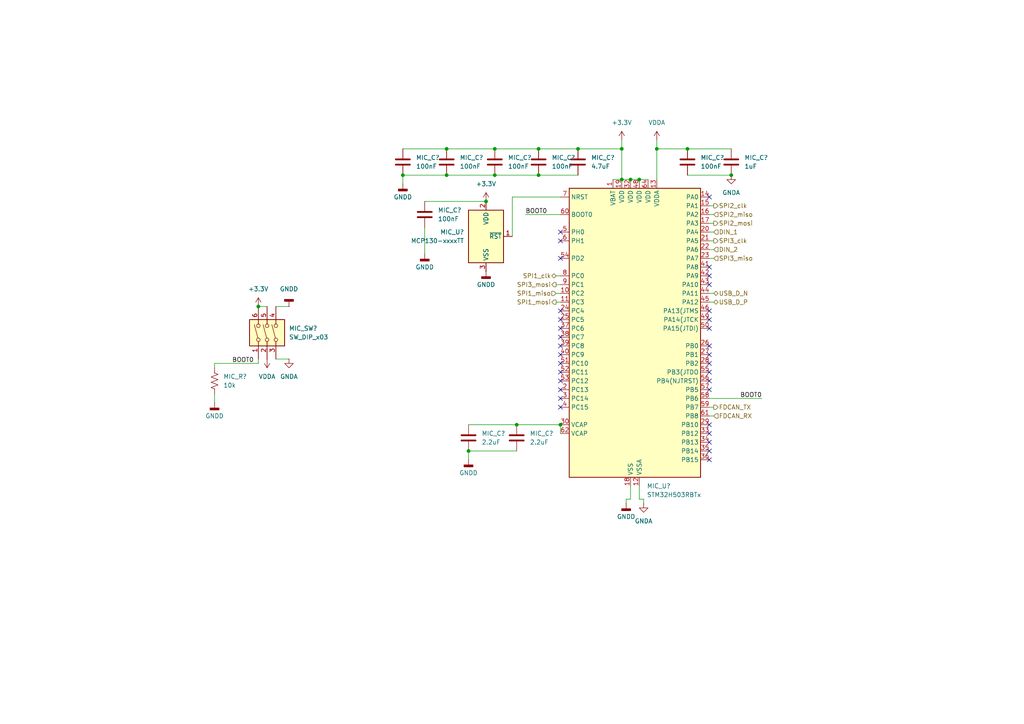
<source format=kicad_sch>
(kicad_sch (version 20231120) (generator "eeschema") (generator_version "8.0")
  (paper "A4")
  (lib_symbols
    (symbol "Device:C" (pin_numbers hide) (pin_names (offset 0.254))
      (property "Reference" "C" (at 0.635 2.54 0))
      (property "Value" "C" (at 0.635 -2.54 0))
      (symbol "C_0_1"
        (polyline (pts (xy -2.032 -0.762) (xy 2.032 -0.762)) (stroke (width 0.508)))
        (polyline (pts (xy -2.032 0.762) (xy 2.032 0.762)) (stroke (width 0.508)))
      )
      (symbol "C_1_1"
        (pin passive line (at 0 3.81 270) (length 2.794) (name "~") (number "1"))
        (pin passive line (at 0 -3.81 90) (length 2.794) (name "~") (number "2"))
      )
    )
    (symbol "Device:R_US" (pin_numbers hide) (pin_names (offset 0))
      (property "Reference" "R" (at 2.54 0 90))
      (property "Value" "R_US" (at -2.54 0 90))
      (symbol "R_US_0_1"
        (polyline (pts (xy 0 -2.286) (xy 0 -2.54)))
        (polyline (pts (xy 0 2.286) (xy 0 2.54)))
        (polyline (pts (xy 0 -0.762) (xy 1.016 -1.143) (xy 0 -1.524) (xy -1.016 -1.905) (xy 0 -2.286)))
        (polyline (pts (xy 0 0.762) (xy 1.016 0.381) (xy 0 0) (xy -1.016 -0.381) (xy 0 -0.762)))
        (polyline (pts (xy 0 2.286) (xy 1.016 1.905) (xy 0 1.524) (xy -1.016 1.143) (xy 0 0.762)))
      )
      (symbol "R_US_1_1"
        (pin passive line (at 0 3.81 270) (length 1.27) (name "~") (number "1"))
        (pin passive line (at 0 -3.81 90) (length 1.27) (name "~") (number "2"))
      )
    )
    (symbol "MCU_ST_STM32H5:STM32H503RBTx"
      (property "Reference" "U" (at -17.78 44.45 0))
      (property "Value" "STM32H503RBTx" (at 10.16 44.45 0))
      (symbol "STM32H503RBTx_0_1"
        (rectangle (start -17.78 -40.64) (end 20.32 43.18) (stroke (width 0.254)) (fill (type background)))
      )
      (symbol "STM32H503RBTx_1_1"
        (pin power_in line (at -5.08 45.72 270) (length 2.54) (name "VBAT") (number "1"))
        (pin bidirectional line (at -20.32 12.7 0) (length 2.54) (name "PC2") (number "10"))
        (pin bidirectional line (at -20.32 10.16 0) (length 2.54) (name "PC3") (number "11"))
        (pin power_in line (at 2.54 -43.18 90) (length 2.54) (name "VSSA") (number "12"))
        (pin power_in line (at 7.62 45.72 270) (length 2.54) (name "VDDA") (number "13"))
        (pin bidirectional line (at 22.86 40.64 180) (length 2.54) (name "PA0") (number "14"))
        (pin bidirectional line (at 22.86 38.1 180) (length 2.54) (name "PA1") (number "15"))
        (pin bidirectional line (at 22.86 35.56 180) (length 2.54) (name "PA2") (number "16"))
        (pin bidirectional line (at 22.86 33.02 180) (length 2.54) (name "PA3") (number "17"))
        (pin power_in line (at 0 -43.18 90) (length 2.54) (name "VSS") (number "18"))
        (pin power_in line (at -2.54 45.72 270) (length 2.54) (name "VDD") (number "19"))
        (pin bidirectional line (at -20.32 -15.24 0) (length 2.54) (name "PC13") (number "2"))
        (pin bidirectional line (at 22.86 30.48 180) (length 2.54) (name "PA4") (number "20"))
        (pin bidirectional line (at 22.86 27.94 180) (length 2.54) (name "PA5") (number "21"))
        (pin bidirectional line (at 22.86 25.4 180) (length 2.54) (name "PA6") (number "22"))
        (pin bidirectional line (at 22.86 22.86 180) (length 2.54) (name "PA7") (number "23"))
        (pin bidirectional line (at -20.32 7.62 0) (length 2.54) (name "PC4") (number "24"))
        (pin bidirectional line (at -20.32 5.08 0) (length 2.54) (name "PC5") (number "25"))
        (pin bidirectional line (at 22.86 -2.54 180) (length 2.54) (name "PB0") (number "26"))
        (pin bidirectional line (at 22.86 -5.08 180) (length 2.54) (name "PB1") (number "27"))
        (pin bidirectional line (at 22.86 -7.62 180) (length 2.54) (name "PB2") (number "28"))
        (pin bidirectional line (at 22.86 -25.4 180) (length 2.54) (name "PB10") (number "29"))
        (pin bidirectional line (at -20.32 -17.78 0) (length 2.54) (name "PC14") (number "3"))
        (pin power_out line (at -20.32 -25.4 0) (length 2.54) (name "VCAP") (number "30"))
        (pin passive line (at 0 -43.18 90) (length 2.54) hide (name "VSS") (number "31"))
        (pin power_in line (at 0 45.72 270) (length 2.54) (name "VDD") (number "32"))
        (pin bidirectional line (at 22.86 -27.94 180) (length 2.54) (name "PB12") (number "33"))
        (pin bidirectional line (at 22.86 -30.48 180) (length 2.54) (name "PB13") (number "34"))
        (pin bidirectional line (at 22.86 -33.02 180) (length 2.54) (name "PB14") (number "35"))
        (pin bidirectional line (at 22.86 -35.56 180) (length 2.54) (name "PB15") (number "36"))
        (pin bidirectional line (at -20.32 2.54 0) (length 2.54) (name "PC6") (number "37"))
        (pin bidirectional line (at -20.32 0 0) (length 2.54) (name "PC7") (number "38"))
        (pin bidirectional line (at -20.32 -2.54 0) (length 2.54) (name "PC8") (number "39"))
        (pin bidirectional line (at -20.32 -20.32 0) (length 2.54) (name "PC15") (number "4"))
        (pin bidirectional line (at -20.32 -5.08 0) (length 2.54) (name "PC9") (number "40"))
        (pin bidirectional line (at 22.86 20.32 180) (length 2.54) (name "PA8") (number "41"))
        (pin bidirectional line (at 22.86 17.78 180) (length 2.54) (name "PA9") (number "42"))
        (pin bidirectional line (at 22.86 15.24 180) (length 2.54) (name "PA10") (number "43"))
        (pin bidirectional line (at 22.86 12.7 180) (length 2.54) (name "PA11") (number "44"))
        (pin bidirectional line (at 22.86 10.16 180) (length 2.54) (name "PA12") (number "45"))
        (pin bidirectional line (at 22.86 7.62 180) (length 2.54) (name "PA13(JTMS") (number "46"))
        (pin passive line (at 0 -43.18 90) (length 2.54) hide (name "VSS") (number "47"))
        (pin power_in line (at 2.54 45.72 270) (length 2.54) (name "VDD") (number "48"))
        (pin bidirectional line (at 22.86 5.08 180) (length 2.54) (name "PA14(JTCK") (number "49"))
        (pin bidirectional line (at -20.32 30.48 0) (length 2.54) (name "PH0") (number "5"))
        (pin bidirectional line (at 22.86 2.54 180) (length 2.54) (name "PA15(JTDI)") (number "50"))
        (pin bidirectional line (at -20.32 -7.62 0) (length 2.54) (name "PC10") (number "51"))
        (pin bidirectional line (at -20.32 -10.16 0) (length 2.54) (name "PC11") (number "52"))
        (pin bidirectional line (at -20.32 -12.7 0) (length 2.54) (name "PC12") (number "53"))
        (pin bidirectional line (at -20.32 22.86 0) (length 2.54) (name "PD2") (number "54"))
        (pin bidirectional line (at 22.86 -10.16 180) (length 2.54) (name "PB3(JTDO") (number "55"))
        (pin bidirectional line (at 22.86 -12.7 180) (length 2.54) (name "PB4(NJTRST)") (number "56"))
        (pin bidirectional line (at 22.86 -15.24 180) (length 2.54) (name "PB5") (number "57"))
        (pin bidirectional line (at 22.86 -17.78 180) (length 2.54) (name "PB6") (number "58"))
        (pin bidirectional line (at 22.86 -20.32 180) (length 2.54) (name "PB7") (number "59"))
        (pin bidirectional line (at -20.32 27.94 0) (length 2.54) (name "PH1") (number "6"))
        (pin input line (at -20.32 35.56 0) (length 2.54) (name "BOOT0") (number "60"))
        (pin bidirectional line (at 22.86 -22.86 180) (length 2.54) (name "PB8") (number "61"))
        (pin power_out line (at -20.32 -27.94 0) (length 2.54) (name "VCAP") (number "62"))
        (pin passive line (at 0 -43.18 90) (length 2.54) hide (name "VSS") (number "63"))
        (pin power_in line (at 5.08 45.72 270) (length 2.54) (name "VDD") (number "64"))
        (pin input line (at -20.32 40.64 0) (length 2.54) (name "NRST") (number "7"))
        (pin bidirectional line (at -20.32 17.78 0) (length 2.54) (name "PC0") (number "8"))
        (pin bidirectional line (at -20.32 15.24 0) (length 2.54) (name "PC1") (number "9"))
      )
    )
    (symbol "Power_Supervisor:MCP130-xxxxTT"
      (property "Reference" "U" (at -5.08 8.89 0))
      (property "Value" "MCP130-xxxxTT" (at 8.89 8.89 0))
      (symbol "MCP130-xxxxTT_0_1"
        (rectangle (start 5.08 7.62) (end -5.08 -7.62) (stroke (width 0.254)) (fill (type background)))
      )
      (symbol "MCP130-xxxxTT_1_1"
        (pin open_collector line (at 7.62 0 180) (length 2.54) (name "~{RST}") (number "1"))
        (pin power_in line (at 0 10.16 270) (length 2.54) (name "VDD") (number "2"))
        (pin power_in line (at 0 -10.16 90) (length 2.54) (name "VSS") (number "3"))
      )
    )
    (symbol "Switch:SW_DIP_x03" (pin_names (offset 0) hide)
      (property "Reference" "SW" (at 0 6.35 0))
      (property "Value" "SW_DIP_x03" (at 0 -6.35 0))
      (symbol "SW_DIP_x03_0_0"
        (circle (center -2.032 -2.54) (radius 0.508))
        (circle (center -2.032 0) (radius 0.508))
        (circle (center -2.032 2.54) (radius 0.508))
        (polyline (pts (xy -1.524 -2.413) (xy 2.3622 -1.3716)))
        (polyline (pts (xy -1.524 0.127) (xy 2.3622 1.1684)))
        (polyline (pts (xy -1.524 2.667) (xy 2.3622 3.7084)))
        (circle (center 2.032 -2.54) (radius 0.508))
        (circle (center 2.032 0) (radius 0.508))
        (circle (center 2.032 2.54) (radius 0.508))
      )
      (symbol "SW_DIP_x03_0_1"
        (rectangle (start -3.81 5.08) (end 3.81 -5.08) (stroke (width 0.254)) (fill (type background)))
      )
      (symbol "SW_DIP_x03_1_1"
        (pin passive line (at -7.62 2.54 0) (length 5.08) (name "~") (number "1"))
        (pin passive line (at -7.62 0 0) (length 5.08) (name "~") (number "2"))
        (pin passive line (at -7.62 -2.54 0) (length 5.08) (name "~") (number "3"))
        (pin passive line (at 7.62 -2.54 180) (length 5.08) (name "~") (number "4"))
        (pin passive line (at 7.62 0 180) (length 5.08) (name "~") (number "5"))
        (pin passive line (at 7.62 2.54 180) (length 5.08) (name "~") (number "6"))
      )
    )
    (symbol "power:+3.3V" (power) (pin_numbers hide) (pin_names (offset 0) hide)
      (property "Value" "+3.3V" (at 0 3.556 0))
      (symbol "+3.3V_0_1"
        (polyline (pts (xy -0.762 1.27) (xy 0 2.54)))
        (polyline (pts (xy 0 0) (xy 0 2.54)))
        (polyline (pts (xy 0 2.54) (xy 0.762 1.27)))
      )
      (symbol "+3.3V_1_1"
        (pin power_in line (at 0 0 90) (length 0) (name "~") (number "1"))
      )
    )
    (symbol "power:GNDA" (power) (pin_numbers hide) (pin_names (offset 0) hide)
      (property "Value" "GNDA" (at 0 -3.81 0))
      (symbol "GNDA_0_1"
        (polyline (pts (xy 0 0) (xy 0 -1.27) (xy 1.27 -1.27) (xy 0 -2.54) (xy -1.27 -1.27) (xy 0 -1.27)))
      )
      (symbol "GNDA_1_1"
        (pin power_in line (at 0 0 270) (length 0) (name "~") (number "1"))
      )
    )
    (symbol "power:GNDD" (power) (pin_numbers hide) (pin_names (offset 0) hide)
      (property "Value" "GNDD" (at 0 -3.175 0))
      (symbol "GNDD_0_1"
        (rectangle (start -1.27 -1.524) (end 1.27 -2.032) (stroke (width 0.254)) (fill (type outline)))
        (polyline (pts (xy 0 0) (xy 0 -1.524)))
      )
      (symbol "GNDD_1_1"
        (pin power_in line (at 0 0 270) (length 0) (name "~") (number "1"))
      )
    )
    (symbol "power:VDDA" (power) (pin_numbers hide) (pin_names (offset 0) hide)
      (property "Value" "VDDA" (at 0 3.556 0))
      (symbol "VDDA_0_1"
        (polyline (pts (xy -0.762 1.27) (xy 0 2.54)))
        (polyline (pts (xy 0 0) (xy 0 2.54)))
        (polyline (pts (xy 0 2.54) (xy 0.762 1.27)))
      )
      (symbol "VDDA_1_1"
        (pin power_in line (at 0 0 90) (length 0) (name "~") (number "1"))
      )
    )
  )
  (junction (at 140.97 58.42))
  (junction (at 212.09 50.8))
  (junction (at 180.34 43.18))
  (junction (at 182.88 52.07))
  (junction (at 135.89 130.81))
  (junction (at 129.54 43.18))
  (junction (at 129.54 50.8))
  (junction (at 143.51 50.8))
  (junction (at 149.86 123.19))
  (junction (at 180.34 52.07))
  (junction (at 156.21 43.18))
  (junction (at 74.93 88.9))
  (junction (at 156.21 50.8))
  (junction (at 185.42 52.07))
  (junction (at 116.84 50.8))
  (junction (at 162.56 123.19))
  (junction (at 167.64 43.18))
  (junction (at 143.51 43.18))
  (junction (at 190.5 43.18))
  (junction (at 199.39 43.18))
  (no_connect (at 205.74 95.25))
  (no_connect (at 205.74 113.03))
  (no_connect (at 162.56 90.17))
  (no_connect (at 205.74 125.73))
  (no_connect (at 162.56 67.31))
  (no_connect (at 162.56 107.95))
  (no_connect (at 162.56 118.11))
  (no_connect (at 205.74 80.01))
  (no_connect (at 162.56 74.93))
  (no_connect (at 205.74 57.15))
  (no_connect (at 205.74 90.17))
  (no_connect (at 205.74 130.81))
  (no_connect (at 205.74 110.49))
  (no_connect (at 205.74 123.19))
  (no_connect (at 205.74 133.35))
  (no_connect (at 162.56 92.71))
  (no_connect (at 162.56 102.87))
  (no_connect (at 162.56 95.25))
  (no_connect (at 162.56 97.79))
  (no_connect (at 205.74 102.87))
  (no_connect (at 162.56 100.33))
  (no_connect (at 205.74 82.55))
  (no_connect (at 205.74 92.71))
  (no_connect (at 162.56 115.57))
  (no_connect (at 162.56 69.85))
  (no_connect (at 162.56 110.49))
  (no_connect (at 205.74 105.41))
  (no_connect (at 205.74 77.47))
  (no_connect (at 162.56 105.41))
  (no_connect (at 162.56 113.03))
  (no_connect (at 205.74 128.27))
  (no_connect (at 205.74 107.95))
  (no_connect (at 205.74 100.33))
  (wire (pts (xy 149.86 123.19) (xy 162.56 123.19)))
  (wire (pts (xy 161.29 82.55) (xy 162.56 82.55)))
  (wire (pts (xy 148.59 57.15) (xy 162.56 57.15)))
  (wire (pts (xy 148.59 68.58) (xy 148.59 57.15)))
  (wire (pts (xy 199.39 50.8) (xy 212.09 50.8)))
  (wire (pts (xy 116.84 53.34) (xy 116.84 50.8)))
  (wire (pts (xy 161.29 85.09) (xy 162.56 85.09)))
  (wire (pts (xy 167.64 43.18) (xy 180.34 43.18)))
  (wire (pts (xy 143.51 43.18) (xy 156.21 43.18)))
  (wire (pts (xy 156.21 50.8) (xy 167.64 50.8)))
  (wire (pts (xy 181.61 144.78) (xy 182.88 144.78)))
  (wire (pts (xy 180.34 40.64) (xy 180.34 43.18)))
  (wire (pts (xy 207.01 120.65) (xy 205.74 120.65)))
  (wire (pts (xy 123.19 58.42) (xy 140.97 58.42)))
  (wire (pts (xy 135.89 123.19) (xy 149.86 123.19)))
  (wire (pts (xy 162.56 123.19) (xy 162.56 125.73)))
  (wire (pts (xy 186.69 146.05) (xy 186.69 144.78)))
  (wire (pts (xy 185.42 144.78) (xy 185.42 140.97)))
  (wire (pts (xy 62.23 105.41) (xy 74.93 105.41)))
  (wire (pts (xy 205.74 115.57) (xy 220.98 115.57)))
  (wire (pts (xy 207.01 85.09) (xy 205.74 85.09)))
  (wire (pts (xy 135.89 133.35) (xy 135.89 130.81)))
  (wire (pts (xy 161.29 87.63) (xy 162.56 87.63)))
  (wire (pts (xy 205.74 72.39) (xy 207.01 72.39)))
  (wire (pts (xy 80.01 104.14) (xy 83.82 104.14)))
  (wire (pts (xy 180.34 43.18) (xy 180.34 52.07)))
  (wire (pts (xy 83.82 88.9) (xy 80.01 88.9)))
  (wire (pts (xy 205.74 69.85) (xy 207.01 69.85)))
  (wire (pts (xy 135.89 130.81) (xy 149.86 130.81)))
  (wire (pts (xy 205.74 59.69) (xy 207.01 59.69)))
  (wire (pts (xy 62.23 116.84) (xy 62.23 114.3)))
  (wire (pts (xy 207.01 118.11) (xy 205.74 118.11)))
  (wire (pts (xy 207.01 87.63) (xy 205.74 87.63)))
  (wire (pts (xy 116.84 50.8) (xy 129.54 50.8)))
  (wire (pts (xy 74.93 88.9) (xy 77.47 88.9)))
  (wire (pts (xy 190.5 43.18) (xy 199.39 43.18)))
  (wire (pts (xy 199.39 43.18) (xy 212.09 43.18)))
  (wire (pts (xy 177.8 52.07) (xy 180.34 52.07)))
  (wire (pts (xy 182.88 52.07) (xy 185.42 52.07)))
  (wire (pts (xy 205.74 67.31) (xy 207.01 67.31)))
  (wire (pts (xy 74.93 104.14) (xy 74.93 105.41)))
  (wire (pts (xy 182.88 144.78) (xy 182.88 140.97)))
  (wire (pts (xy 156.21 43.18) (xy 167.64 43.18)))
  (wire (pts (xy 123.19 73.66) (xy 123.19 66.04)))
  (wire (pts (xy 181.61 146.05) (xy 181.61 144.78)))
  (wire (pts (xy 190.5 43.18) (xy 190.5 52.07)))
  (wire (pts (xy 62.23 105.41) (xy 62.23 106.68)))
  (wire (pts (xy 205.74 64.77) (xy 207.01 64.77)))
  (wire (pts (xy 180.34 52.07) (xy 182.88 52.07)))
  (wire (pts (xy 186.69 144.78) (xy 185.42 144.78)))
  (wire (pts (xy 161.29 80.01) (xy 162.56 80.01)))
  (wire (pts (xy 205.74 62.23) (xy 207.01 62.23)))
  (wire (pts (xy 190.5 40.64) (xy 190.5 43.18)))
  (wire (pts (xy 205.74 74.93) (xy 207.01 74.93)))
  (wire (pts (xy 116.84 43.18) (xy 129.54 43.18)))
  (wire (pts (xy 129.54 43.18) (xy 143.51 43.18)))
  (wire (pts (xy 152.4 62.23) (xy 162.56 62.23)))
  (wire (pts (xy 129.54 50.8) (xy 143.51 50.8)))
  (wire (pts (xy 185.42 52.07) (xy 187.96 52.07)))
  (wire (pts (xy 143.51 50.8) (xy 156.21 50.8)))
  (label "BOOT0" (at 152.4 62.23 0))
  (label "BOOT0" (at 220.98 115.57 180))
  (label "BOOT0" (at 67.31 105.41 0))
  (hierarchical_label "SPI1_mosi" (shape output) (at 161.29 87.63 180))
  (hierarchical_label "SPI3_mosi" (shape output) (at 161.29 82.55 180))
  (hierarchical_label "FDCAN_TX" (shape output) (at 207.01 118.11 0))
  (hierarchical_label "SPI2_clk" (shape output) (at 207.01 59.69 0))
  (hierarchical_label "SPI3_clk" (shape output) (at 207.01 69.85 0))
  (hierarchical_label "SPI2_miso" (shape input) (at 207.01 62.23 0))
  (hierarchical_label "SPI1_miso" (shape input) (at 161.29 85.09 180))
  (hierarchical_label "SPI2_mosi" (shape output) (at 207.01 64.77 0))
  (hierarchical_label "FDCAN_RX" (shape input) (at 207.01 120.65 0))
  (hierarchical_label "DIN_2" (shape input) (at 207.01 72.39 0))
  (hierarchical_label "DIN_1" (shape input) (at 207.01 67.31 0))
  (hierarchical_label "USB_D_N" (shape bidirectional) (at 207.01 85.09 0))
  (hierarchical_label "USB_D_P" (shape bidirectional) (at 207.01 87.63 0))
  (hierarchical_label "SPI3_miso" (shape input) (at 207.01 74.93 0))
  (hierarchical_label "SPI1_clk" (shape bidirectional) (at 161.29 80.01 180))
  (symbol (lib_id "power:GNDD") (at 140.97 78.74 0) (unit 1)
    (property "Reference" "#PWR?" (effects (hide yes)))
    (property "Value" "GNDD" (at 140.97 82.55 0))
    (property "Description" "Power symbol creates a global label with name \"GNDD\" , digital ground" (effects (hide yes)))
    (instances (project "Radio-Module" (path "" (reference "#PWR?") (unit 1))) (project "Main-Module" (path "" (reference "#PWR020") (unit 1))))
  )
  (symbol (lib_id "power:GNDD") (at 181.61 146.05 0) (unit 1)
    (property "Reference" "#PWR?" (effects (hide yes)))
    (property "Value" "GNDD" (at 181.61 149.86 0))
    (property "Description" "Power symbol creates a global label with name \"GNDD\" , digital ground" (effects (hide yes)))
    (instances (project "Radio-Module" (path "" (reference "#PWR?") (unit 1))) (project "Main-Module" (path "" (reference "#PWR022") (unit 1))))
  )
  (symbol (lib_id "power:GNDA") (at 212.09 50.8 0) (unit 1)
    (property "Reference" "#PWR?" (effects (hide yes)))
    (property "Value" "GNDA" (at 212.09 55.88 0))
    (property "Description" "Power symbol creates a global label with name \"GNDA\" , analog ground" (effects (hide yes)))
    (instances (project "Radio-Module" (path "" (reference "#PWR?") (unit 1))) (project "Main-Module" (path "" (reference "#PWR025") (unit 1))))
  )
  (symbol (lib_id "Device:C") (at 135.89 127 0) (unit 1)
    (property "Reference" "MIC_C?" (at 139.7 125.7299 0) (effects (justify left)))
    (property "Value" "2.2uF" (at 139.7 128.2699 0) (effects (justify left)))
    (property "Footprint" "Capacitor_SMD:C_0603_1608Metric_Pad1.08x0.95mm_HandSolder" (effects (hide yes)))
    (property "Description" "Unpolarized capacitor" (effects (hide yes)))
    (instances (project "Radio-Module" (path "" (reference "MIC_C?") (unit 1))) (project "Main-Module" (path "" (reference "MIC_C4") (unit 1))))
  )
  (symbol (lib_id "Device:C") (at 123.19 62.23 0) (unit 1)
    (property "Reference" "MIC_C?" (at 127 60.9599 0) (effects (justify left)))
    (property "Value" "100nF" (at 127 63.4999 0) (effects (justify left)))
    (property "Footprint" "Capacitor_SMD:C_0603_1608Metric_Pad1.08x0.95mm_HandSolder" (effects (hide yes)))
    (property "Description" "Unpolarized capacitor" (effects (hide yes)))
    (instances (project "Radio-Module" (path "" (reference "MIC_C?") (unit 1))) (project "Main-Module" (path "" (reference "MIC_C2") (unit 1))))
  )
  (symbol (lib_id "Device:C") (at 212.09 46.99 0) (unit 1)
    (property "Reference" "MIC_C?" (at 215.9 45.7199 0) (effects (justify left)))
    (property "Value" "1uF" (at 215.9 48.2599 0) (effects (justify left)))
    (property "Footprint" "Capacitor_SMD:C_0603_1608Metric_Pad1.08x0.95mm_HandSolder" (effects (hide yes)))
    (property "Description" "Unpolarized capacitor" (effects (hide yes)))
    (instances (project "Radio-Module" (path "" (reference "MIC_C?") (unit 1))) (project "Main-Module" (path "" (reference "MIC_C10") (unit 1))))
  )
  (symbol (lib_id "Device:C") (at 156.21 46.99 0) (unit 1)
    (property "Reference" "MIC_C?" (at 160.02 45.7199 0) (effects (justify left)))
    (property "Value" "100nF" (at 160.02 48.2599 0) (effects (justify left)))
    (property "Footprint" "Capacitor_SMD:C_0603_1608Metric_Pad1.08x0.95mm_HandSolder" (effects (hide yes)))
    (property "Description" "Unpolarized capacitor" (effects (hide yes)))
    (instances (project "Radio-Module" (path "" (reference "MIC_C?") (unit 1))) (project "Main-Module" (path "" (reference "MIC_C7") (unit 1))))
  )
  (symbol (lib_id "Device:C") (at 199.39 46.99 0) (unit 1)
    (property "Reference" "MIC_C?" (at 203.2 45.7199 0) (effects (justify left)))
    (property "Value" "100nF" (at 203.2 48.2599 0) (effects (justify left)))
    (property "Footprint" "Capacitor_SMD:C_0603_1608Metric_Pad1.08x0.95mm_HandSolder" (effects (hide yes)))
    (property "Description" "Unpolarized capacitor" (effects (hide yes)))
    (instances (project "Radio-Module" (path "" (reference "MIC_C?") (unit 1))) (project "Main-Module" (path "" (reference "MIC_C9") (unit 1))))
  )
  (symbol (lib_id "power:GNDA") (at 186.69 146.05 0) (unit 1)
    (property "Reference" "#PWR?" (effects (hide yes)))
    (property "Value" "GNDA" (at 186.69 151.13 0))
    (property "Description" "Power symbol creates a global label with name \"GNDA\" , analog ground" (effects (hide yes)))
    (instances (project "Radio-Module" (path "" (reference "#PWR?") (unit 1))) (project "Main-Module" (path "" (reference "#PWR023") (unit 1))))
  )
  (symbol (lib_id "Device:C") (at 149.86 127 0) (unit 1)
    (property "Reference" "MIC_C?" (at 153.67 125.7299 0) (effects (justify left)))
    (property "Value" "2.2uF" (at 153.67 128.2699 0) (effects (justify left)))
    (property "Footprint" "Capacitor_SMD:C_0603_1608Metric_Pad1.08x0.95mm_HandSolder" (effects (hide yes)))
    (property "Description" "Unpolarized capacitor" (effects (hide yes)))
    (instances (project "Radio-Module" (path "" (reference "MIC_C?") (unit 1))) (project "Main-Module" (path "" (reference "MIC_C6") (unit 1))))
  )
  (symbol (lib_id "Device:C") (at 129.54 46.99 0) (unit 1)
    (property "Reference" "MIC_C?" (at 133.35 45.7199 0) (effects (justify left)))
    (property "Value" "100nF" (at 133.35 48.2599 0) (effects (justify left)))
    (property "Footprint" "Capacitor_SMD:C_0603_1608Metric_Pad1.08x0.95mm_HandSolder" (effects (hide yes)))
    (property "Description" "Unpolarized capacitor" (effects (hide yes)))
    (instances (project "Radio-Module" (path "" (reference "MIC_C?") (unit 1))) (project "Main-Module" (path "" (reference "MIC_C3") (unit 1))))
  )
  (symbol (lib_id "power:GNDD") (at 116.84 53.34 0) (unit 1)
    (property "Reference" "#PWR?" (effects (hide yes)))
    (property "Value" "GNDD" (at 116.84 57.15 0))
    (property "Description" "Power symbol creates a global label with name \"GNDD\" , digital ground" (effects (hide yes)))
    (instances (project "Radio-Module" (path "" (reference "#PWR?") (unit 1))) (project "Main-Module" (path "" (reference "#PWR016") (unit 1))))
  )
  (symbol (lib_id "power:GNDD") (at 123.19 73.66 0) (unit 1)
    (property "Reference" "#PWR?" (effects (hide yes)))
    (property "Value" "GNDD" (at 123.19 77.47 0))
    (property "Description" "Power symbol creates a global label with name \"GNDD\" , digital ground" (effects (hide yes)))
    (instances (project "Radio-Module" (path "" (reference "#PWR?") (unit 1))) (project "Main-Module" (path "" (reference "#PWR017") (unit 1))))
  )
  (symbol (lib_id "power:+3.3V") (at 74.93 88.9 0) (mirror y) (unit 1)
    (property "Reference" "#PWR?" (effects (hide yes)))
    (property "Value" "+3.3V" (at 74.93 83.82 0))
    (property "Description" "Power symbol creates a global label with name \"+3.3V\"" (effects (hide yes)))
    (instances (project "Radio-Module" (path "" (reference "#PWR?") (unit 1))) (project "Main-Module" (path "" (reference "#PWR012") (unit 1))))
  )
  (symbol (lib_id "Device:C") (at 167.64 46.99 0) (unit 1)
    (property "Reference" "MIC_C?" (at 171.45 45.7199 0) (effects (justify left)))
    (property "Value" "4.7uF" (at 171.45 48.2599 0) (effects (justify left)))
    (property "Footprint" "Capacitor_SMD:C_0603_1608Metric_Pad1.08x0.95mm_HandSolder" (effects (hide yes)))
    (property "Description" "Unpolarized capacitor" (effects (hide yes)))
    (instances (project "Radio-Module" (path "" (reference "MIC_C?") (unit 1))) (project "Main-Module" (path "" (reference "MIC_C8") (unit 1))))
  )
  (symbol (lib_id "power:GNDA") (at 83.82 104.14 0) (unit 1)
    (property "Reference" "#PWR?" (effects (hide yes)))
    (property "Value" "GNDA" (at 83.82 109.22 0))
    (property "Description" "Power symbol creates a global label with name \"GNDA\" , analog ground" (effects (hide yes)))
    (instances (project "Radio-Module" (path "" (reference "#PWR?") (unit 1))) (project "Main-Module" (path "" (reference "#PWR015") (unit 1))))
  )
  (symbol (lib_id "Switch:SW_DIP_x03") (at 77.47 96.52 90) (unit 1)
    (property "Reference" "MIC_SW?" (at 83.82 95.2499 90) (effects (justify right)))
    (property "Value" "SW_DIP_x03" (at 83.82 97.7899 90) (effects (justify right)))
    (property "Footprint" "Button_Switch_THT:SW_DIP_SPSTx03_Slide_9.78x9.8mm_W7.62mm_P2.54mm" (effects (hide yes)))
    (property "Description" "3x DIP Switch, Single Pole Single Throw (SPST) switch, small symbol" (effects (hide yes)))
    (instances (project "Radio-Module" (path "" (reference "MIC_SW?") (unit 1))) (project "Main-Module" (path "" (reference "MIC_SW1") (unit 1))))
  )
  (symbol (lib_id "power:+3.3V") (at 180.34 40.64 0) (unit 1)
    (property "Reference" "#PWR?" (effects (hide yes)))
    (property "Value" "+3.3V" (at 180.34 35.56 0))
    (property "Description" "Power symbol creates a global label with name \"+3.3V\"" (effects (hide yes)))
    (instances (project "Radio-Module" (path "" (reference "#PWR?") (unit 1))) (project "Main-Module" (path "" (reference "#PWR021") (unit 1))))
  )
  (symbol (lib_id "power:+3.3V") (at 140.97 58.42 0) (unit 1)
    (property "Reference" "#PWR?" (effects (hide yes)))
    (property "Value" "+3.3V" (at 140.97 53.34 0))
    (property "Description" "Power symbol creates a global label with name \"+3.3V\"" (effects (hide yes)))
    (instances (project "Radio-Module" (path "" (reference "#PWR?") (unit 1))) (project "Main-Module" (path "" (reference "#PWR019") (unit 1))))
  )
  (symbol (lib_id "power:GNDD") (at 83.82 88.9 180) (unit 1)
    (property "Reference" "#PWR?" (effects (hide yes)))
    (property "Value" "GNDD" (at 83.82 83.82 0))
    (property "Description" "Power symbol creates a global label with name \"GNDD\" , digital ground" (effects (hide yes)))
    (instances (project "Radio-Module" (path "" (reference "#PWR?") (unit 1))) (project "Main-Module" (path "" (reference "#PWR014") (unit 1))))
  )
  (symbol (lib_id "power:VDDA") (at 190.5 40.64 0) (unit 1)
    (property "Reference" "#PWR?" (effects (hide yes)))
    (property "Value" "VDDA" (at 190.5 35.56 0))
    (property "Description" "Power symbol creates a global label with name \"VDDA\"" (effects (hide yes)))
    (instances (project "Radio-Module" (path "" (reference "#PWR?") (unit 1))) (project "Main-Module" (path "" (reference "#PWR024") (unit 1))))
  )
  (symbol (lib_id "Device:R_US") (at 62.23 110.49 0) (unit 1)
    (property "Reference" "MIC_R?" (at 64.77 109.2199 0) (effects (justify left)))
    (property "Value" "10k" (at 64.77 111.7599 0) (effects (justify left)))
    (property "Footprint" "Resistor_SMD:R_0603_1608Metric_Pad0.98x0.95mm_HandSolder" (effects (hide yes)))
    (property "Description" "Resistor, US symbol" (effects (hide yes)))
    (instances (project "Radio-Module" (path "" (reference "MIC_R?") (unit 1))) (project "Main-Module" (path "" (reference "MIC_R1") (unit 1))))
  )
  (symbol (lib_id "MCU_ST_STM32H5:STM32H503RBTx") (at 182.88 97.79 0) (unit 1)
    (property "Reference" "MIC_U?" (at 187.6141 140.97 0) (effects (justify left)))
    (property "Value" "STM32H503RBTx" (at 187.6141 143.51 0) (effects (justify left)))
    (property "Footprint" "Package_QFP:LQFP-64_10x10mm_P0.5mm" (effects (hide yes)))
    (property "Datasheet" "https://www.st.com/resource/en/datasheet/stm32h503rb.pdf" (effects (hide yes)))
    (property "Description" "STMicroelectronics Arm Cortex-M33 MCU, 128KB flash, 32KB RAM, 250 MHz, 49 GPIO, LQFP64" (effects (hide yes)))
    (instances (project "Radio-Module" (path "" (reference "MIC_U?") (unit 1))) (project "Main-Module" (path "" (reference "MIC_U2") (unit 1))))
  )
  (symbol (lib_id "power:VDDA") (at 77.47 104.14 180) (unit 1)
    (property "Reference" "#PWR?" (effects (hide yes)))
    (property "Value" "VDDA" (at 77.47 109.22 0))
    (property "Description" "Power symbol creates a global label with name \"VDDA\"" (effects (hide yes)))
    (instances (project "Radio-Module" (path "" (reference "#PWR?") (unit 1))) (project "Main-Module" (path "" (reference "#PWR013") (unit 1))))
  )
  (symbol (lib_id "Device:C") (at 116.84 46.99 0) (unit 1)
    (property "Reference" "MIC_C?" (at 120.65 45.7199 0) (effects (justify left)))
    (property "Value" "100nF" (at 120.65 48.2599 0) (effects (justify left)))
    (property "Footprint" "Capacitor_SMD:C_0603_1608Metric_Pad1.08x0.95mm_HandSolder" (effects (hide yes)))
    (property "Description" "Unpolarized capacitor" (effects (hide yes)))
    (instances (project "Radio-Module" (path "" (reference "MIC_C?") (unit 1))) (project "Main-Module" (path "" (reference "MIC_C1") (unit 1))))
  )
  (symbol (lib_id "Power_Supervisor:MCP130-xxxxTT") (at 140.97 68.58 0) (unit 1)
    (property "Reference" "MIC_U?" (at 134.62 67.3099 0) (effects (justify right)))
    (property "Value" "MCP130-xxxxTT" (at 134.62 69.8499 0) (effects (justify right)))
    (property "Footprint" "Package_TO_SOT_SMD:SOT-23" (effects (hide yes)))
    (property "Datasheet" "http://ww1.microchip.com/downloads/en/DeviceDoc/11184d.pdf" (effects (hide yes)))
    (property "Description" "Microcontroller supervisory circuit with internal 5 kΩ pull-up, SOT-23" (effects (hide yes)))
    (instances (project "Radio-Module" (path "" (reference "MIC_U?") (unit 1))) (project "Main-Module" (path "" (reference "MIC_U1") (unit 1))))
  )
  (symbol (lib_id "power:GNDD") (at 62.23 116.84 0) (unit 1)
    (property "Reference" "#PWR?" (effects (hide yes)))
    (property "Value" "GNDD" (at 62.23 120.65 0))
    (property "Description" "Power symbol creates a global label with name \"GNDD\" , digital ground" (effects (hide yes)))
    (instances (project "Radio-Module" (path "" (reference "#PWR?") (unit 1))) (project "Main-Module" (path "" (reference "#PWR011") (unit 1))))
  )
  (symbol (lib_id "power:GNDD") (at 135.89 133.35 0) (unit 1)
    (property "Reference" "#PWR?" (effects (hide yes)))
    (property "Value" "GNDD" (at 135.89 137.16 0))
    (property "Description" "Power symbol creates a global label with name \"GNDD\" , digital ground" (effects (hide yes)))
    (instances (project "Radio-Module" (path "" (reference "#PWR?") (unit 1))) (project "Main-Module" (path "" (reference "#PWR018") (unit 1))))
  )
  (symbol (lib_id "Device:C") (at 143.51 46.99 0) (unit 1)
    (property "Reference" "MIC_C?" (at 147.32 45.7199 0) (effects (justify left)))
    (property "Value" "100nF" (at 147.32 48.2599 0) (effects (justify left)))
    (property "Footprint" "Capacitor_SMD:C_0603_1608Metric_Pad1.08x0.95mm_HandSolder" (effects (hide yes)))
    (property "Description" "Unpolarized capacitor" (effects (hide yes)))
    (instances (project "Radio-Module" (path "" (reference "MIC_C?") (unit 1))) (project "Main-Module" (path "" (reference "MIC_C5") (unit 1))))
  )
)
</source>
